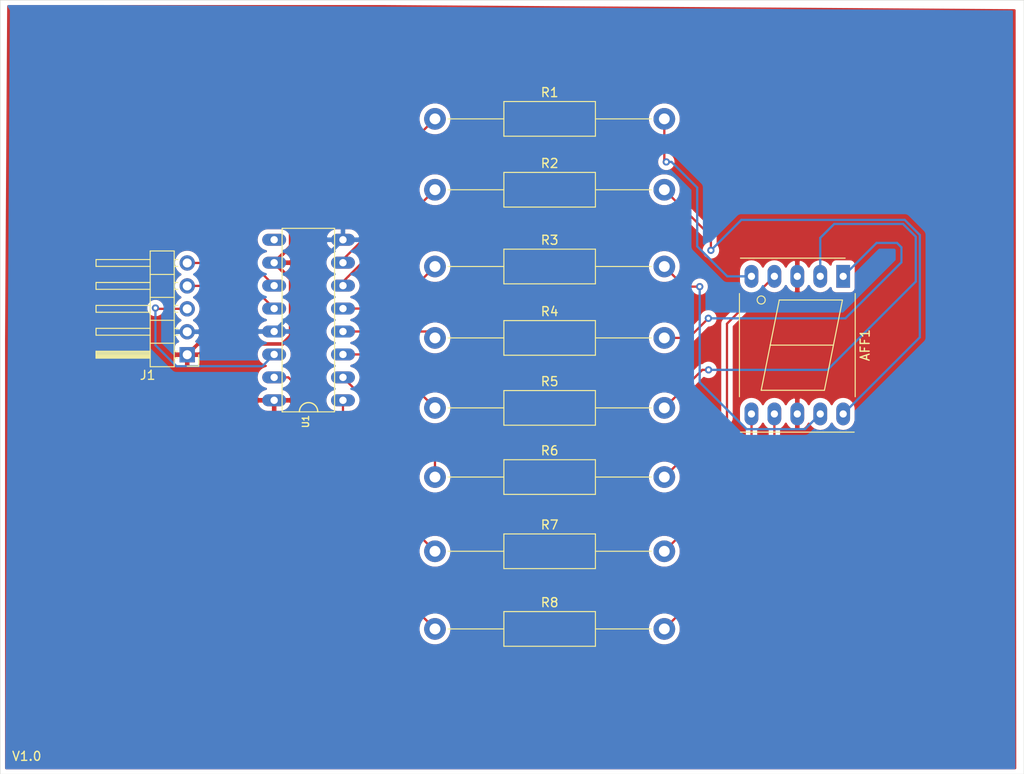
<source format=kicad_pcb>
(kicad_pcb (version 20211014) (generator pcbnew)
  (title_block (title "Seven Segment Display"))
  (layers (0 "F.Cu" signal) (31 "B.Cu" signal) (34 "B.Paste" user) (35 "F.Paste" user) (36 "B.SilkS" user "B.Silkscreen") (37 "F.SilkS" user "F.Silkscreen") (38 "B.Mask" user) (39 "F.Mask" user) (44 "Edge.Cuts" user))
  (net 0 "")
  (net 1 "Net-(AFF1-Pad1)")
  (net 2 "Net-(AFF1-Pad2)")
  (net 3 "VCC")
  (net 4 "Net-(AFF1-Pad4)")
  (net 5 "Net-(AFF1-Pad5)")
  (net 6 "Net-(AFF1-Pad6)")
  (net 7 "Net-(AFF1-Pad7)")
  (net 8 "Net-(AFF1-Pad9)")
  (net 9 "Net-(AFF1-Pad10)")
  (net 10 "/DATA")
  (net 11 "/CLOCK")
  (net 12 "/LATCH")
  (net 13 "GND")
  (net 14 "/SG7")
  (net 15 "/SG6")
  (net 16 "/SG5")
  (net 17 "/SG4")
  (net 18 "/SG3")
  (net 19 "/SG2")
  (net 20 "/SG1")
  (net 21 "/SG0")
  (footprint "Display_7Segment:7SegmentLED_LTS6760_LTS6780" (layer "F.Cu") (at 190.64 81.22 -90)
    (fp_text reference "AFF1" (at 7.62 -2.42 90) (layer "F.SilkS"))
    (fp_text value "LTS-6980HR")
    (fp_line (start 1.905 -1.33) (end 13.335 -1.33) (layer "F.SilkS") (width 0.12))
    (fp_line (start 7.62 1.08) (end 2.62 0.08) (layer "F.SilkS") (width 0.12))
    (fp_line (start 12.62 2.08) (end 7.62 1.08) (layer "F.SilkS") (width 0.12))
    (fp_line (start -2.015 -0.22) (end -2.015 11.38) (layer "F.SilkS") (width 0.12))
    (fp_line (start 12.62 9.08) (end 7.62 8.08) (layer "F.SilkS") (width 0.12))
    (fp_line (start 1.905 11.49) (end 13.335 11.49) (layer "F.SilkS") (width 0.12))
    (fp_line (start 17.255 11.38) (end 17.255 -1.22) (layer "F.SilkS") (width 0.12))
    (fp_line (start 2.62 7.08) (end 7.62 8.08) (layer "F.SilkS") (width 0.12))
    (fp_line (start 12.62 2.08) (end 12.62 9.08) (layer "F.SilkS") (width 0.12))
    (fp_line (start 7.62 8.08) (end 7.62 1.08) (layer "F.SilkS") (width 0.12))
    (fp_line (start 2.62 0.08) (end 2.62 7.08) (layer "F.SilkS") (width 0.12))
    (fp_circle (center 2.62 9.08) (end 3.067214 9.08) (layer "F.SilkS") (width 0.12) (fill none))
    (pad "1" thru_hole rect locked (at 0 0 180) (size 1.524 2.524) (drill 0.8) (layers *.Cu *.Mask) (net 1 "Net-(AFF1-Pad1)"))
    (pad "2" thru_hole oval locked (at 0 2.54 180) (size 1.524 2.524) (drill 0.8) (layers *.Cu *.Mask) (net 2 "Net-(AFF1-Pad2)"))
    (pad "3" thru_hole oval locked (at 0 5.08 180) (size 1.524 2.524) (drill 0.8) (layers *.Cu *.Mask) (net 3 "VCC"))
    (pad "4" thru_hole oval locked (at 0 7.62 180) (size 1.524 2.524) (drill 0.8) (layers *.Cu *.Mask) (net 4 "Net-(AFF1-Pad4)"))
    (pad "5" thru_hole oval locked (at 0 10.16 180) (size 1.524 2.524) (drill 0.8) (layers *.Cu *.Mask) (net 5 "Net-(AFF1-Pad5)"))
    (pad "6" thru_hole oval locked (at 15.24 10.16 180) (size 1.524 2.524) (drill 0.8) (layers *.Cu *.Mask) (net 6 "Net-(AFF1-Pad6)"))
    (pad "7" thru_hole oval locked (at 15.24 7.62 180) (size 1.524 2.524) (drill 0.8) (layers *.Cu *.Mask) (net 7 "Net-(AFF1-Pad7)"))
    (pad "8" thru_hole oval locked (at 15.24 5.08 180) (size 1.524 2.524) (drill 0.8) (layers *.Cu *.Mask) (net 3 "VCC"))
    (pad "9" thru_hole oval locked (at 15.24 2.54 180) (size 1.524 2.524) (drill 0.8) (layers *.Cu *.Mask) (net 8 "Net-(AFF1-Pad9)"))
    (pad "10" thru_hole oval locked (at 15.24 0 180) (size 1.524 2.524) (drill 0.8) (layers *.Cu *.Mask) (net 9 "Net-(AFF1-Pad10)"))
  )
  (footprint "Connector_PinHeader_2.54mm:PinHeader_1x05_P2.54mm_Horizontal" (layer "F.Cu") (at 117.99 89.9 180)
    (fp_text reference "J1" (at 4.385 -2.27) (layer "F.SilkS"))
    (fp_text value "Conn_01x05")
    (fp_line (start 4.1 -0.38) (end 10.1 -0.38) (layer "F.SilkS") (width 0.12))
    (fp_line (start 1.11 -0.38) (end 1.44 -0.38) (layer "F.SilkS") (width 0.12))
    (fp_line (start -1.27 0) (end -1.27 -1.27) (layer "F.SilkS") (width 0.12))
    (fp_line (start 1.042929 8) (end 1.44 8) (layer "F.SilkS") (width 0.12))
    (fp_line (start 1.042929 10.54) (end 1.44 10.54) (layer "F.SilkS") (width 0.12))
    (fp_line (start 1.44 1.27) (end 4.1 1.27) (layer "F.SilkS") (width 0.12))
    (fp_line (start 1.44 11.49) (end 4.1 11.49) (layer "F.SilkS") (width 0.12))
    (fp_line (start 10.1 8) (end 4.1 8) (layer "F.SilkS") (width 0.12))
    (fp_line (start 4.1 -0.32) (end 10.1 -0.32) (layer "F.SilkS") (width 0.12))
    (fp_line (start 1.042929 9.78) (end 1.44 9.78) (layer "F.SilkS") (width 0.12))
    (fp_line (start 10.1 5.46) (end 4.1 5.46) (layer "F.SilkS") (width 0.12))
    (fp_line (start 1.44 6.35) (end 4.1 6.35) (layer "F.SilkS") (width 0.12))
    (fp_line (start 1.44 3.81) (end 4.1 3.81) (layer "F.SilkS") (width 0.12))
    (fp_line (start 4.1 7.24) (end 10.1 7.24) (layer "F.SilkS") (width 0.12))
    (fp_line (start 1.042929 2.92) (end 1.44 2.92) (layer "F.SilkS") (width 0.12))
    (fp_line (start 1.44 8.89) (end 4.1 8.89) (layer "F.SilkS") (width 0.12))
    (fp_line (start 1.44 -1.33) (end 1.44 11.49) (layer "F.SilkS") (width 0.12))
    (fp_line (start 4.1 2.16) (end 10.1 2.16) (layer "F.SilkS") (width 0.12))
    (fp_line (start 4.1 11.49) (end 4.1 -1.33) (layer "F.SilkS") (width 0.12))
    (fp_line (start 10.1 -0.38) (end 10.1 0.38) (layer "F.SilkS") (width 0.12))
    (fp_line (start 4.1 0.16) (end 10.1 0.16) (layer "F.SilkS") (width 0.12))
    (fp_line (start 4.1 -0.08) (end 10.1 -0.08) (layer "F.SilkS") (width 0.12))
    (fp_line (start 1.042929 7.24) (end 1.44 7.24) (layer "F.SilkS") (width 0.12))
    (fp_line (start 10.1 10.54) (end 4.1 10.54) (layer "F.SilkS") (width 0.12))
    (fp_line (start 4.1 -1.33) (end 1.44 -1.33) (layer "F.SilkS") (width 0.12))
    (fp_line (start 10.1 2.16) (end 10.1 2.92) (layer "F.SilkS") (width 0.12))
    (fp_line (start 10.1 2.92) (end 4.1 2.92) (layer "F.SilkS") (width 0.12))
    (fp_line (start 4.1 0.28) (end 10.1 0.28) (layer "F.SilkS") (width 0.12))
    (fp_line (start 4.1 0.04) (end 10.1 0.04) (layer "F.SilkS") (width 0.12))
    (fp_line (start 1.042929 4.7) (end 1.44 4.7) (layer "F.SilkS") (width 0.12))
    (fp_line (start 4.1 4.7) (end 10.1 4.7) (layer "F.SilkS") (width 0.12))
    (fp_line (start 1.11 0.38) (end 1.44 0.38) (layer "F.SilkS") (width 0.12))
    (fp_line (start 10.1 7.24) (end 10.1 8) (layer "F.SilkS") (width 0.12))
    (fp_line (start 10.1 4.7) (end 10.1 5.46) (layer "F.SilkS") (width 0.12))
    (fp_line (start 10.1 0.38) (end 4.1 0.38) (layer "F.SilkS") (width 0.12))
    (fp_line (start 4.1 9.78) (end 10.1 9.78) (layer "F.SilkS") (width 0.12))
    (fp_line (start 4.1 -0.2) (end 10.1 -0.2) (layer "F.SilkS") (width 0.12))
    (fp_line (start 10.1 9.78) (end 10.1 10.54) (layer "F.SilkS") (width 0.12))
    (fp_line (start 1.042929 2.16) (end 1.44 2.16) (layer "F.SilkS") (width 0.12))
    (fp_line (start 1.042929 5.46) (end 1.44 5.46) (layer "F.SilkS") (width 0.12))
    (fp_line (start -1.27 -1.27) (end 0 -1.27) (layer "F.SilkS") (width 0.12))
    (pad "1" thru_hole rect locked (at 0 0 180) (size 1.7 1.7) (drill 1) (layers *.Cu *.Mask) (net 3 "VCC"))
    (pad "2" thru_hole oval locked (at 0 2.54 180) (size 1.7 1.7) (drill 1) (layers *.Cu *.Mask) (net 13 "GND"))
    (pad "3" thru_hole oval locked (at 0 5.08 180) (size 1.7 1.7) (drill 1) (layers *.Cu *.Mask) (net 12 "/LATCH"))
    (pad "4" thru_hole oval locked (at 0 7.62 180) (size 1.7 1.7) (drill 1) (layers *.Cu *.Mask) (net 11 "/CLOCK"))
    (pad "5" thru_hole oval locked (at 0 10.16 180) (size 1.7 1.7) (drill 1) (layers *.Cu *.Mask) (net 10 "/DATA"))
  )
  (footprint "Resistor_THT:R_Axial_DIN0411_L9.9mm_D3.6mm_P25.40mm_Horizontal" (layer "F.Cu") (at 145.43 63.78)
    (fp_text reference "R1" (at 12.7 -2.92) (layer "F.SilkS"))
    (fp_text value "2200")
    (fp_line (start 17.77 -1.92) (end 7.63 -1.92) (layer "F.SilkS") (width 0.12))
    (fp_line (start 7.63 -1.92) (end 7.63 1.92) (layer "F.SilkS") (width 0.12))
    (fp_line (start 23.96 0) (end 17.77 0) (layer "F.SilkS") (width 0.12))
    (fp_line (start 17.77 1.92) (end 17.77 -1.92) (layer "F.SilkS") (width 0.12))
    (fp_line (start 7.63 1.92) (end 17.77 1.92) (layer "F.SilkS") (width 0.12))
    (fp_line (start 1.44 0) (end 7.63 0) (layer "F.SilkS") (width 0.12))
    (pad "1" thru_hole circle locked (at 0 0) (size 2.4 2.4) (drill 1.2) (layers *.Cu *.Mask) (net 14 "/SG7"))
    (pad "2" thru_hole oval locked (at 25.4 0) (size 2.4 2.4) (drill 1.2) (layers *.Cu *.Mask) (net 5 "Net-(AFF1-Pad5)"))
  )
  (footprint "Resistor_THT:R_Axial_DIN0411_L9.9mm_D3.6mm_P25.40mm_Horizontal" (layer "F.Cu") (at 145.43 71.63)
    (fp_text reference "R2" (at 12.7 -2.92) (layer "F.SilkS"))
    (fp_text value "2200")
    (fp_line (start 23.96 0) (end 17.77 0) (layer "F.SilkS") (width 0.12))
    (fp_line (start 17.77 1.92) (end 17.77 -1.92) (layer "F.SilkS") (width 0.12))
    (fp_line (start 1.44 0) (end 7.63 0) (layer "F.SilkS") (width 0.12))
    (fp_line (start 7.63 1.92) (end 17.77 1.92) (layer "F.SilkS") (width 0.12))
    (fp_line (start 7.63 -1.92) (end 7.63 1.92) (layer "F.SilkS") (width 0.12))
    (fp_line (start 17.77 -1.92) (end 7.63 -1.92) (layer "F.SilkS") (width 0.12))
    (pad "1" thru_hole circle locked (at 0 0) (size 2.4 2.4) (drill 1.2) (layers *.Cu *.Mask) (net 15 "/SG6"))
    (pad "2" thru_hole oval locked (at 25.4 0) (size 2.4 2.4) (drill 1.2) (layers *.Cu *.Mask) (net 9 "Net-(AFF1-Pad10)"))
  )
  (footprint "Resistor_THT:R_Axial_DIN0411_L9.9mm_D3.6mm_P25.40mm_Horizontal" (layer "F.Cu") (at 145.43 80.13)
    (fp_text reference "R3" (at 12.7 -2.92) (layer "F.SilkS"))
    (fp_text value "2200")
    (fp_line (start 7.63 1.92) (end 17.77 1.92) (layer "F.SilkS") (width 0.12))
    (fp_line (start 17.77 1.92) (end 17.77 -1.92) (layer "F.SilkS") (width 0.12))
    (fp_line (start 17.77 -1.92) (end 7.63 -1.92) (layer "F.SilkS") (width 0.12))
    (fp_line (start 1.44 0) (end 7.63 0) (layer "F.SilkS") (width 0.12))
    (fp_line (start 23.96 0) (end 17.77 0) (layer "F.SilkS") (width 0.12))
    (fp_line (start 7.63 -1.92) (end 7.63 1.92) (layer "F.SilkS") (width 0.12))
    (pad "1" thru_hole circle locked (at 0 0) (size 2.4 2.4) (drill 1.2) (layers *.Cu *.Mask) (net 16 "/SG5"))
    (pad "2" thru_hole oval locked (at 25.4 0) (size 2.4 2.4) (drill 1.2) (layers *.Cu *.Mask) (net 8 "Net-(AFF1-Pad9)"))
  )
  (footprint "Resistor_THT:R_Axial_DIN0411_L9.9mm_D3.6mm_P25.40mm_Horizontal" (layer "F.Cu") (at 145.43 88.04)
    (fp_text reference "R4" (at 12.7 -2.92) (layer "F.SilkS"))
    (fp_text value "2200")
    (fp_line (start 17.77 -1.92) (end 7.63 -1.92) (layer "F.SilkS") (width 0.12))
    (fp_line (start 17.77 1.92) (end 17.77 -1.92) (layer "F.SilkS") (width 0.12))
    (fp_line (start 7.63 1.92) (end 17.77 1.92) (layer "F.SilkS") (width 0.12))
    (fp_line (start 23.96 0) (end 17.77 0) (layer "F.SilkS") (width 0.12))
    (fp_line (start 7.63 -1.92) (end 7.63 1.92) (layer "F.SilkS") (width 0.12))
    (fp_line (start 1.44 0) (end 7.63 0) (layer "F.SilkS") (width 0.12))
    (pad "1" thru_hole circle locked (at 0 0) (size 2.4 2.4) (drill 1.2) (layers *.Cu *.Mask) (net 17 "/SG4"))
    (pad "2" thru_hole oval locked (at 25.4 0) (size 2.4 2.4) (drill 1.2) (layers *.Cu *.Mask) (net 1 "Net-(AFF1-Pad1)"))
  )
  (footprint "Resistor_THT:R_Axial_DIN0411_L9.9mm_D3.6mm_P25.40mm_Horizontal" (layer "F.Cu") (at 145.43 95.79)
    (fp_text reference "R5" (at 12.7 -2.92) (layer "F.SilkS"))
    (fp_text value "2200")
    (fp_line (start 7.63 -1.92) (end 7.63 1.92) (layer "F.SilkS") (width 0.12))
    (fp_line (start 7.63 1.92) (end 17.77 1.92) (layer "F.SilkS") (width 0.12))
    (fp_line (start 17.77 1.92) (end 17.77 -1.92) (layer "F.SilkS") (width 0.12))
    (fp_line (start 23.96 0) (end 17.77 0) (layer "F.SilkS") (width 0.12))
    (fp_line (start 17.77 -1.92) (end 7.63 -1.92) (layer "F.SilkS") (width 0.12))
    (fp_line (start 1.44 0) (end 7.63 0) (layer "F.SilkS") (width 0.12))
    (pad "1" thru_hole circle locked (at 0 0) (size 2.4 2.4) (drill 1.2) (layers *.Cu *.Mask) (net 18 "/SG3"))
    (pad "2" thru_hole oval locked (at 25.4 0) (size 2.4 2.4) (drill 1.2) (layers *.Cu *.Mask) (net 2 "Net-(AFF1-Pad2)"))
  )
  (footprint "Resistor_THT:R_Axial_DIN0411_L9.9mm_D3.6mm_P25.40mm_Horizontal" (layer "F.Cu") (at 145.43 103.45)
    (fp_text reference "R6" (at 12.7 -2.92) (layer "F.SilkS"))
    (fp_text value "2200")
    (fp_line (start 17.77 -1.92) (end 7.63 -1.92) (layer "F.SilkS") (width 0.12))
    (fp_line (start 7.63 1.92) (end 17.77 1.92) (layer "F.SilkS") (width 0.12))
    (fp_line (start 23.96 0) (end 17.77 0) (layer "F.SilkS") (width 0.12))
    (fp_line (start 17.77 1.92) (end 17.77 -1.92) (layer "F.SilkS") (width 0.12))
    (fp_line (start 7.63 -1.92) (end 7.63 1.92) (layer "F.SilkS") (width 0.12))
    (fp_line (start 1.44 0) (end 7.63 0) (layer "F.SilkS") (width 0.12))
    (pad "1" thru_hole circle locked (at 0 0) (size 2.4 2.4) (drill 1.2) (layers *.Cu *.Mask) (net 19 "/SG2"))
    (pad "2" thru_hole oval locked (at 25.4 0) (size 2.4 2.4) (drill 1.2) (layers *.Cu *.Mask) (net 4 "Net-(AFF1-Pad4)"))
  )
  (footprint "Resistor_THT:R_Axial_DIN0411_L9.9mm_D3.6mm_P25.40mm_Horizontal" (layer "F.Cu") (at 145.43 111.67)
    (fp_text reference "R7" (at 12.7 -2.92) (layer "F.SilkS"))
    (fp_text value "2200")
    (fp_line (start 1.44 0) (end 7.63 0) (layer "F.SilkS") (width 0.12))
    (fp_line (start 7.63 -1.92) (end 7.63 1.92) (layer "F.SilkS") (width 0.12))
    (fp_line (start 17.77 -1.92) (end 7.63 -1.92) (layer "F.SilkS") (width 0.12))
    (fp_line (start 7.63 1.92) (end 17.77 1.92) (layer "F.SilkS") (width 0.12))
    (fp_line (start 17.77 1.92) (end 17.77 -1.92) (layer "F.SilkS") (width 0.12))
    (fp_line (start 23.96 0) (end 17.77 0) (layer "F.SilkS") (width 0.12))
    (pad "1" thru_hole circle locked (at 0 0) (size 2.4 2.4) (drill 1.2) (layers *.Cu *.Mask) (net 20 "/SG1"))
    (pad "2" thru_hole oval locked (at 25.4 0) (size 2.4 2.4) (drill 1.2) (layers *.Cu *.Mask) (net 6 "Net-(AFF1-Pad6)"))
  )
  (footprint "Resistor_THT:R_Axial_DIN0411_L9.9mm_D3.6mm_P25.40mm_Horizontal" (layer "F.Cu") (at 145.43 120.27)
    (fp_text reference "R8" (at 12.7 -2.92) (layer "F.SilkS"))
    (fp_text value "2200")
    (fp_line (start 17.77 1.92) (end 17.77 -1.92) (layer "F.SilkS") (width 0.12))
    (fp_line (start 7.63 1.92) (end 17.77 1.92) (layer "F.SilkS") (width 0.12))
    (fp_line (start 7.63 -1.92) (end 7.63 1.92) (layer "F.SilkS") (width 0.12))
    (fp_line (start 1.44 0) (end 7.63 0) (layer "F.SilkS") (width 0.12))
    (fp_line (start 17.77 -1.92) (end 7.63 -1.92) (layer "F.SilkS") (width 0.12))
    (fp_line (start 23.96 0) (end 17.77 0) (layer "F.SilkS") (width 0.12))
    (pad "1" thru_hole circle locked (at 0 0) (size 2.4 2.4) (drill 1.2) (layers *.Cu *.Mask) (net 21 "/SG0"))
    (pad "2" thru_hole oval locked (at 25.4 0) (size 2.4 2.4) (drill 1.2) (layers *.Cu *.Mask) (net 7 "Net-(AFF1-Pad7)"))
  )
  (footprint "Seven Segment Display:DIP16-2.54-20.32X5.84MM" (layer "F.Cu") (at 131.43 86.06 90)
    (fp_text reference "U1" (at -11.24304 -0.3176 270) (layer "F.SilkS") (effects (font (size 0.70022 0.70022))))
    (fp_text value "74HC595")
    (fp_line (start 10.14476 2.88036) (end -10.15238 2.88036) (layer "F.SilkS") (width 0.12))
    (fp_line (start 10.15492 -2.93116) (end -10.16762 -2.93116) (layer "F.SilkS") (width 0.12))
    (fp_line (start -10.16762 2.8448) (end -10.16762 -2.92608) (layer "F.SilkS") (width 0.12))
    (fp_line (start 10.15492 -2.92354) (end 10.15492 2.88036) (layer "F.SilkS") (width 0.12))
    (fp_arc (start -10.16 -1.016) (mid -9.144 0) (end -10.16 1.016) (layer "F.SilkS") (width 0.1524))
    (pad "1" thru_hole oval locked (at -8.89 3.81 90) (size 1.3208 2.6416) (drill 0.8128) (layers *.Cu *.Mask) (net 20 "/SG1"))
    (pad "2" thru_hole oval locked (at -6.35 3.81 90) (size 1.3208 2.6416) (drill 0.8128) (layers *.Cu *.Mask) (net 19 "/SG2"))
    (pad "3" thru_hole oval locked (at -3.81 3.81 90) (size 1.3208 2.6416) (drill 0.8128) (layers *.Cu *.Mask) (net 18 "/SG3"))
    (pad "4" thru_hole oval locked (at -1.27 3.81 90) (size 1.3208 2.6416) (drill 0.8128) (layers *.Cu *.Mask) (net 17 "/SG4"))
    (pad "5" thru_hole oval locked (at 1.27 3.81 90) (size 1.3208 2.6416) (drill 0.8128) (layers *.Cu *.Mask) (net 16 "/SG5"))
    (pad "6" thru_hole oval locked (at 3.81 3.81 90) (size 1.3208 2.6416) (drill 0.8128) (layers *.Cu *.Mask) (net 15 "/SG6"))
    (pad "7" thru_hole oval locked (at 6.35 3.81 90) (size 1.3208 2.6416) (drill 0.8128) (layers *.Cu *.Mask) (net 14 "/SG7"))
    (pad "8" thru_hole oval locked (at 8.89 3.81 90) (size 1.3208 2.6416) (drill 0.8128) (layers *.Cu *.Mask) (net 13 "GND"))
    (pad "9" thru_hole oval locked (at 8.89 -3.81 90) (size 1.3208 2.6416) (drill 0.8128) (layers *.Cu *.Mask))
    (pad "10" thru_hole oval locked (at 6.35 -3.81 90) (size 1.3208 2.6416) (drill 0.8128) (layers *.Cu *.Mask) (net 3 "VCC"))
    (pad "11" thru_hole oval locked (at 3.81 -3.81 90) (size 1.3208 2.6416) (drill 0.8128) (layers *.Cu *.Mask) (net 10 "/DATA"))
    (pad "12" thru_hole oval locked (at 1.27 -3.81 90) (size 1.3208 2.6416) (drill 0.8128) (layers *.Cu *.Mask) (net 11 "/CLOCK"))
    (pad "13" thru_hole oval locked (at -1.27 -3.81 90) (size 1.3208 2.6416) (drill 0.8128) (layers *.Cu *.Mask) (net 13 "GND"))
    (pad "14" thru_hole oval locked (at -3.81 -3.81 90) (size 1.3208 2.6416) (drill 0.8128) (layers *.Cu *.Mask) (net 12 "/LATCH"))
    (pad "15" thru_hole oval locked (at -6.35 -3.81 90) (size 1.3208 2.6416) (drill 0.8128) (layers *.Cu *.Mask) (net 21 "/SG0"))
    (pad "16" thru_hole oval locked (at -8.89 -3.81 90) (size 1.3208 2.6416) (drill 0.8128) (layers *.Cu *.Mask) (net 3 "VCC"))
  )
  (gr_line (start 210.66 136.35) (end 97.28 136.35) (layer "Edge.Cuts") (width 0.05))
  (gr_line (start 97.28 50.64) (end 210.66 50.64) (layer "Edge.Cuts") (width 0.05))
  (gr_line (start 97.28 136.35) (end 97.28 50.64) (layer "Edge.Cuts") (width 0.05))
  (gr_line (start 210.66 50.64) (end 210.66 136.35) (layer "Edge.Cuts") (width 0.05))
  (gr_text "V1.0" (at 100.22 134.37) (layer "F.SilkS") (effects (font (size 1 1))))
  (segment (start 173.54 88.04) (end 175.71 85.87) (width 0.25) (layer "F.Cu") (net 1))
  (segment (start 170.83 88.04) (end 173.54 88.04) (width 0.25) (layer "F.Cu") (net 1))
  (via (at 175.71 85.87) (size 0.8) (drill 0.4) (layers "F.Cu" "B.Cu") (net 1))
  (segment (start 196.6 77.52) (end 194.34 77.52) (width 0.25) (layer "B.Cu") (net 1))
  (segment (start 175.71 85.87) (end 190.89 85.87) (width 0.25) (layer "B.Cu") (net 1))
  (segment (start 197.09 79.67) (end 197.09 78.01) (width 0.25) (layer "B.Cu") (net 1))
  (segment (start 190.89 85.87) (end 197.09 79.67) (width 0.25) (layer "B.Cu") (net 1))
  (segment (start 194.34 77.52) (end 190.64 81.22) (width 0.25) (layer "B.Cu") (net 1))
  (segment (start 197.09 78.01) (end 196.6 77.52) (width 0.25) (layer "B.Cu") (net 1))
  (segment (start 175.04 91.58) (end 175.73 91.58) (width 0.25) (layer "F.Cu") (net 2))
  (segment (start 170.83 95.79) (end 175.04 91.58) (width 0.25) (layer "F.Cu") (net 2))
  (via locked (at 175.73 91.58) (size 0.8) (drill 0.4) (layers "F.Cu" "B.Cu") (net 2))
  (segment (start 188.1 76.96) (end 188.1 81.22) (width 0.25) (layer "B.Cu") (net 2))
  (segment (start 198.68 81.8) (end 198.68 76.83) (width 0.25) (layer "B.Cu") (net 2))
  (segment (start 197.27 75.42) (end 189.64 75.42) (width 0.25) (layer "B.Cu") (net 2))
  (segment (start 198.68 76.83) (end 197.27 75.42) (width 0.25) (layer "B.Cu") (net 2))
  (segment (start 189.64 75.42) (end 188.1 76.96) (width 0.25) (layer "B.Cu") (net 2))
  (segment (start 175.73 91.58) (end 188.9 91.58) (width 0.25) (layer "B.Cu") (net 2))
  (segment (start 188.9 91.58) (end 198.68 81.8) (width 0.25) (layer "B.Cu") (net 2))
  (segment (start 172.8 57.66) (end 185.56 70.42) (width 0.4) (layer "F.Cu") (net 3))
  (segment (start 185.56 70.42) (end 185.56 81.22) (width 0.4) (layer "F.Cu") (net 3))
  (segment (start 129.44081 77.88919) (end 129.44081 71.24919) (width 0.4) (layer "F.Cu") (net 3))
  (segment (start 127.62 94.95) (end 127.62 108.86) (width 0.4) (layer "F.Cu") (net 3))
  (segment (start 127.62 79.71) (end 129.44081 77.88919) (width 0.4) (layer "F.Cu") (net 3))
  (segment (start 119.18041 88.70959) (end 128.541877 88.70959) (width 0.4) (layer "F.Cu") (net 3))
  (segment (start 143.03 57.66) (end 172.8 57.66) (width 0.4) (layer "F.Cu") (net 3))
  (segment (start 129.44081 71.24919) (end 143.03 57.66) (width 0.4) (layer "F.Cu") (net 3))
  (segment (start 117.99 89.9) (end 117.99 91.92) (width 0.4) (layer "F.Cu") (net 3))
  (segment (start 169.47 127.98) (end 185.56 111.89) (width 0.4) (layer "F.Cu") (net 3))
  (segment (start 117.99 89.9) (end 119.18041 88.70959) (width 0.4) (layer "F.Cu") (net 3))
  (segment (start 146.74 127.98) (end 169.47 127.98) (width 0.4) (layer "F.Cu") (net 3))
  (segment (start 128.541877 88.70959) (end 129.44081 87.810657) (width 0.4) (layer "F.Cu") (net 3))
  (segment (start 127.62 108.86) (end 146.74 127.98) (width 0.4) (layer "F.Cu") (net 3))
  (segment (start 121.02 94.95) (end 127.62 94.95) (width 0.4) (layer "F.Cu") (net 3))
  (segment (start 117.99 91.92) (end 121.02 94.95) (width 0.4) (layer "F.Cu") (net 3))
  (segment (start 129.44081 81.53081) (end 127.62 79.71) (width 0.4) (layer "F.Cu") (net 3))
  (segment (start 185.56 111.89) (end 185.56 96.46) (width 0.4) (layer "F.Cu") (net 3))
  (segment (start 129.44081 87.810657) (end 129.44081 81.53081) (width 0.4) (layer "F.Cu") (net 3))
  (segment (start 170.83 103.45) (end 172.355001 101.924999) (width 0.25) (layer "F.Cu") (net 4))
  (segment (start 177.77 86.47) (end 183.02 81.22) (width 0.25) (layer "F.Cu") (net 4))
  (segment (start 177.77 96.94) (end 177.77 86.47) (width 0.25) (layer "F.Cu") (net 4))
  (segment (start 172.785001 101.924999) (end 177.77 96.94) (width 0.25) (layer "F.Cu") (net 4))
  (segment (start 172.355001 101.924999) (end 172.785001 101.924999) (width 0.25) (layer "F.Cu") (net 4))
  (segment (start 170.83 63.78) (end 170.83 68.33) (width 0.25) (layer "F.Cu") (net 5))
  (segment (start 170.83 68.33) (end 171.05 68.55) (width 0.25) (layer "F.Cu") (net 5))
  (via (at 171.05 68.55) (size 0.8) (drill 0.4) (layers "F.Cu" "B.Cu") (net 5))
  (segment (start 174.47 71.39) (end 174.47 77.893002) (width 0.25) (layer "B.Cu") (net 5))
  (segment (start 171.05 68.55) (end 171.63 68.55) (width 0.25) (layer "B.Cu") (net 5))
  (segment (start 174.47 77.893002) (end 177.796998 81.22) (width 0.25) (layer "B.Cu") (net 5))
  (segment (start 171.63 68.55) (end 174.47 71.39) (width 0.25) (layer "B.Cu") (net 5))
  (segment (start 177.796998 81.22) (end 180.48 81.22) (width 0.25) (layer "B.Cu") (net 5))
  (segment (start 180.49 96.47) (end 180.48 96.46) (width 0.25) (layer "F.Cu") (net 6))
  (segment (start 170.83 111.67) (end 180.49 102.01) (width 0.25) (layer "F.Cu") (net 6))
  (segment (start 180.49 102.01) (end 180.49 96.47) (width 0.25) (layer "F.Cu") (net 6))
  (segment (start 183.02 108.08) (end 183.02 96.46) (width 0.25) (layer "F.Cu") (net 7))
  (segment (start 170.83 120.27) (end 183.02 108.08) (width 0.25) (layer "F.Cu") (net 7))
  (segment (start 170.83 80.13) (end 173.06 82.36) (width 0.25) (layer "F.Cu") (net 8))
  (segment (start 173.06 82.36) (end 174.75 82.36) (width 0.25) (layer "F.Cu") (net 8))
  (via (at 174.75 82.36) (size 0.8) (drill 0.4) (layers "F.Cu" "B.Cu") (net 8))
  (segment (start 174.75 82.36) (end 174.75 92.95) (width 0.25) (layer "B.Cu") (net 8))
  (segment (start 186.41299 98.14701) (end 188.1 96.46) (width 0.25) (layer "B.Cu") (net 8))
  (segment (start 179.94701 98.14701) (end 186.41299 98.14701) (width 0.25) (layer "B.Cu") (net 8))
  (segment (start 174.75 92.95) (end 179.94701 98.14701) (width 0.25) (layer "B.Cu") (net 8))
  (segment (start 175.99 76.79) (end 175.99 78.34) (width 0.25) (layer "F.Cu") (net 9))
  (segment (start 170.83 71.63) (end 175.99 76.79) (width 0.25) (layer "F.Cu") (net 9))
  (via (at 175.99 78.34) (size 0.8) (drill 0.4) (layers "F.Cu" "B.Cu") (net 9))
  (segment (start 199.13001 87.96999) (end 190.64 96.46) (width 0.25) (layer "B.Cu") (net 9))
  (segment (start 179.36001 74.96999) (end 197.456401 74.969991) (width 0.25) (layer "B.Cu") (net 9))
  (segment (start 199.13001 76.6436) (end 199.13001 87.96999) (width 0.25) (layer "B.Cu") (net 9))
  (segment (start 197.456401 74.969991) (end 199.13001 76.6436) (width 0.25) (layer "B.Cu") (net 9))
  (segment (start 175.99 78.34) (end 179.36001 74.96999) (width 0.25) (layer "B.Cu") (net 9))
  (segment (start 125.11 79.74) (end 127.62 82.25) (width 0.25) (layer "F.Cu") (net 10))
  (segment (start 117.99 79.74) (end 125.11 79.74) (width 0.25) (layer "F.Cu") (net 10))
  (segment (start 127.34 81.97) (end 127.62 82.25) (width 0.25) (layer "F.Cu") (net 10))
  (segment (start 117.99 82.28) (end 125.11 82.28) (width 0.25) (layer "F.Cu") (net 11))
  (segment (start 125.11 82.28) (end 127.62 84.79) (width 0.25) (layer "F.Cu") (net 11))
  (segment (start 117.99 84.82) (end 114.56 84.82) (width 0.25) (layer "F.Cu") (net 12))
  (segment (start 114.56 84.82) (end 114.47 84.73) (width 0.25) (layer "F.Cu") (net 12))
  (via (at 114.47 84.73) (size 0.8) (drill 0.4) (layers "F.Cu" "B.Cu") (net 12))
  (segment (start 116.799999 91.175001) (end 126.314999 91.175001) (width 0.25) (layer "B.Cu") (net 12))
  (segment (start 126.314999 91.175001) (end 127.62 89.87) (width 0.25) (layer "B.Cu") (net 12))
  (segment (start 114.47 88.845002) (end 116.799999 91.175001) (width 0.25) (layer "B.Cu") (net 12))
  (segment (start 114.47 84.73) (end 114.47 88.845002) (width 0.25) (layer "B.Cu") (net 12))
  (segment (start 127.59 87.36) (end 127.62 87.33) (width 0.4) (layer "B.Cu") (net 13))
  (segment (start 117.99 87.36) (end 127.59 87.36) (width 0.4) (layer "B.Cu") (net 13))
  (segment (start 132.3 80.11) (end 135.24 77.17) (width 0.4) (layer "B.Cu") (net 13))
  (segment (start 127.62 87.33) (end 132.3 82.65) (width 0.4) (layer "B.Cu") (net 13))
  (segment (start 132.3 82.65) (end 132.3 80.11) (width 0.4) (layer "B.Cu") (net 13))
  (segment (start 135.24 79.71) (end 135.24 79.365401) (width 0.25) (layer "F.Cu") (net 14))
  (segment (start 140.84 73.765401) (end 140.84 68.37) (width 0.25) (layer "F.Cu") (net 14))
  (segment (start 140.84 68.37) (end 145.43 63.78) (width 0.25) (layer "F.Cu") (net 14))
  (segment (start 135.24 79.365401) (end 140.84 73.765401) (width 0.25) (layer "F.Cu") (net 14))
  (segment (start 135.24 82.25) (end 135.24 81.82) (width 0.25) (layer "F.Cu") (net 15))
  (segment (start 135.24 81.82) (end 145.43 71.63) (width 0.25) (layer "F.Cu") (net 15))
  (segment (start 140.77 84.79) (end 145.43 80.13) (width 0.25) (layer "F.Cu") (net 16))
  (segment (start 135.24 84.79) (end 140.77 84.79) (width 0.25) (layer "F.Cu") (net 16))
  (segment (start 135.24 87.33) (end 144.72 87.33) (width 0.25) (layer "F.Cu") (net 17))
  (segment (start 144.72 87.33) (end 145.43 88.04) (width 0.25) (layer "F.Cu") (net 17))
  (segment (start 139.51 89.87) (end 145.43 95.79) (width 0.25) (layer "F.Cu") (net 18))
  (segment (start 135.24 89.87) (end 139.51 89.87) (width 0.25) (layer "F.Cu") (net 18))
  (segment (start 138.25581 94.05581) (end 145.43 101.23) (width 0.25) (layer "F.Cu") (net 19))
  (segment (start 145.43 101.23) (end 145.43 103.45) (width 0.25) (layer "F.Cu") (net 19))
  (segment (start 135.24 92.41) (end 136.88581 94.05581) (width 0.25) (layer "F.Cu") (net 19))
  (segment (start 136.88581 94.05581) (end 138.25581 94.05581) (width 0.25) (layer "F.Cu") (net 19))
  (segment (start 135.24 94.95) (end 135.24 101.48) (width 0.25) (layer "F.Cu") (net 20))
  (segment (start 135.24 101.48) (end 145.43 111.67) (width 0.25) (layer "F.Cu") (net 20))
  (segment (start 132.9 96.1192) (end 132.9 107.74) (width 0.25) (layer "F.Cu") (net 21))
  (segment (start 129.1908 92.41) (end 132.9 96.1192) (width 0.25) (layer "F.Cu") (net 21))
  (segment (start 132.9 107.74) (end 145.43 120.27) (width 0.25) (layer "F.Cu") (net 21))
  (segment (start 127.62 92.41) (end 129.1908 92.41) (width 0.25) (layer "F.Cu") (net 21))
  (zone (net 3) (net_name "VCC") (layer "F.Cu") (connect_pads (clearance 0.508)) (min_thickness 0.254) (fill yes (thermal_gap 0.508) (thermal_bridge_width 0.508))
    (polygon (pts (xy 209.74 51.63) (xy 209.81 136.2) (xy 97.51 135.93) (xy 98.05 50.9)))
  )
  (zone (net 13) (net_name "GND") (layer "B.Cu") (connect_pads (clearance 0.508)) (min_thickness 0.254) (fill yes (thermal_gap 0.508) (thermal_bridge_width 0.508))
    (polygon (pts (xy 209.44 51.77) (xy 209.71 136.08) (xy 97.82 136.08) (xy 98.35 51.77) (xy 97.96 51.11)))
  )
)
</source>
